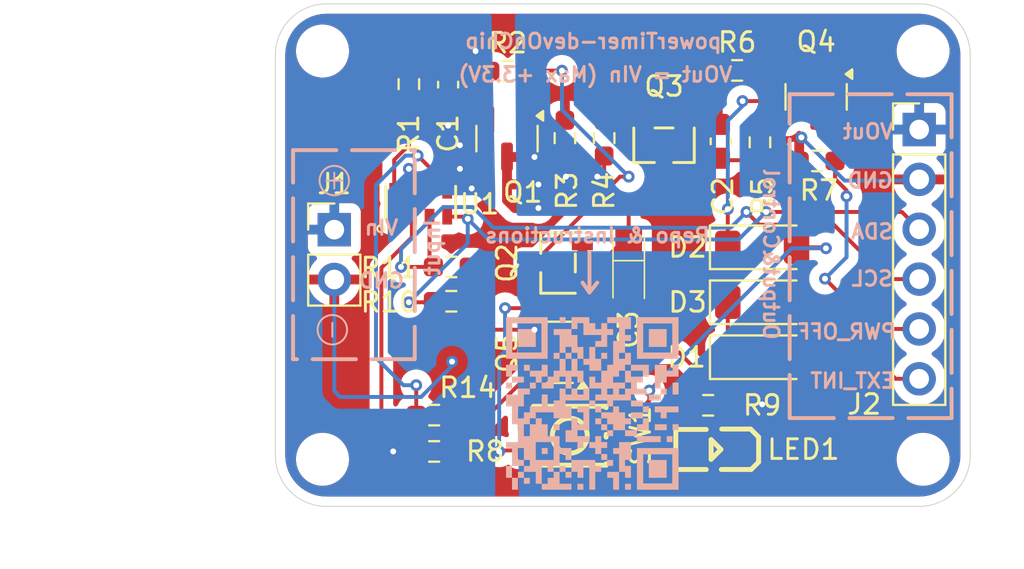
<source format=kicad_pcb>
(kicad_pcb (version 20240108) (generator "pcbnew") (generator_version "8.0")
  (layers (0 "F.Cu" signal) (31 "B.Cu" signal) (34 "B.Paste" user) (35 "F.Paste" user) (36 "B.SilkS" user "B.Silkscreen") (37 "F.SilkS" user "F.Silkscreen") (38 "B.Mask" user) (39 "F.Mask" user) (44 "Edge.Cuts" user))
  (net 0 "")
  (net 1 "GND")
  (net 2 "+3.3V")
  (net 3 "Net-(C2-Pad1)")
  (net 4 "Net-(C2-Pad2)")
  (net 5 "Net-(D1-A)")
  (net 6 "LATCHSET")
  (net 7 "Net-(D2-A)")
  (net 8 "EXTINT")
  (net 9 "+VPMU3.3")
  (net 10 "SDA")
  (net 11 "SCL")
  (net 12 "Net-(Q1-G)")
  (net 13 "LATCHRST")
  (net 14 "Net-(Q4-D)")
  (net 15 "Net-(U1-EVI)")
  (net 16 "Net-(LED1-A)")
  (net 18 "RTCINT")
  (net 19 "Net-(U1-VBACKUP)")
  (footprint "MountingHole:MountingHole_2.2mm_M2_ISO7380" (layer "F.Cu") (at 150.2 74.2)
    (property "Reference" "H2" (hide yes))
    (property "Value" "MountingHole")
    (pad "" np_thru_hole circle (at 0 0) (size 2.2 2.2) (drill 2.2) (layers "*.Cu" "*.Mask"))
  )
  (footprint "Resistor_SMD:R_0603_1608Metric_Pad0.98x0.95mm_HandSolder" (layer "F.Cu") (at 125.2875 92.75)
    (property "Reference" "R14" (at 1.7125 -1.4 0) (layer "F.SilkS"))
    (property "Value" "10K")
    (pad "1" smd roundrect (at -0.9125 0) (size 0.975 0.95) (layers "F.Cu" "F.Paste" "F.Mask") (net 19 "Net-(U1-VBACKUP)"))
    (pad "2" smd roundrect (at 0.9125 0) (size 0.975 0.95) (layers "F.Cu" "F.Paste" "F.Mask") (net 1 "GND"))
  )
  (footprint "Diode_SMD:D_MiniMELF" (layer "F.Cu") (at 142 89.8)
    (property "Reference" "D1" (at -3.85 0 0) (layer "F.SilkS"))
    (property "Value" "LL4148")
    (pad "1" smd roundrect (at -1.75 0) (size 1.3 1.7) (layers "F.Cu" "F.Paste" "F.Mask") (roundrect_rratio 0.1923076923) (net 6 "LATCHSET"))
    (pad "2" smd roundrect (at 1.75 0) (size 1.3 1.7) (layers "F.Cu" "F.Paste" "F.Mask") (roundrect_rratio 0.1923076923) (net 5 "Net-(D1-A)"))
  )
  (footprint "Connector_PinHeader_2.54mm:PinHeader_1x06_P2.54mm_Vertical" (layer "F.Cu") (at 150 78.2)
    (property "Reference" "J2" (at -2.8 14 0) (layer "F.SilkS"))
    (property "Value" "Conn_01x06")
    (pad "1" thru_hole rect (at 0 0) (size 1.7 1.7) (drill 1) (layers "*.Cu" "*.Mask") (net 9 "+VPMU3.3"))
    (pad "2" thru_hole oval (at 0 2.54) (size 1.7 1.7) (drill 1) (layers "*.Cu" "*.Mask") (net 1 "GND"))
    (pad "3" thru_hole oval (at 0 5.08) (size 1.7 1.7) (drill 1) (layers "*.Cu" "*.Mask") (net 10 "SDA"))
    (pad "4" thru_hole oval (at 0 7.62) (size 1.7 1.7) (drill 1) (layers "*.Cu" "*.Mask") (net 11 "SCL"))
    (pad "5" thru_hole oval (at 0 10.16) (size 1.7 1.7) (drill 1) (layers "*.Cu" "*.Mask") (net 13 "LATCHRST"))
    (pad "6" thru_hole oval (at 0 12.7) (size 1.7 1.7) (drill 1) (layers "*.Cu" "*.Mask") (net 8 "EXTINT"))
  )
  (footprint "Resistor_SMD:R_0603_1608Metric_Pad0.98x0.95mm_HandSolder" (layer "F.Cu") (at 141.8875 78.85 90)
    (property "Reference" "R5" (at -2.75 0.1125 90) (layer "F.SilkS"))
    (property "Value" "10K")
    (pad "1" smd roundrect (at -0.9125 0 90) (size 0.975 0.95) (layers "F.Cu" "F.Paste" "F.Mask") (net 3 "Net-(C2-Pad1)"))
    (pad "2" smd roundrect (at 0.9125 0 90) (size 0.975 0.95) (layers "F.Cu" "F.Paste" "F.Mask") (net 14 "Net-(Q4-D)"))
  )
  (footprint "Resistor_SMD:R_0603_1608Metric_Pad0.98x0.95mm_HandSolder" (layer "F.Cu") (at 126.1625 85.2 180)
    (property "Reference" "R11" (at 3.1625 -0.05 180) (layer "F.SilkS"))
    (property "Value" "10K")
    (pad "1" smd roundrect (at -0.9125 0 180) (size 0.975 0.95) (layers "F.Cu" "F.Paste" "F.Mask") (net 9 "+VPMU3.3"))
    (pad "2" smd roundrect (at 0.9125 0 180) (size 0.975 0.95) (layers "F.Cu" "F.Paste" "F.Mask") (net 11 "SCL"))
  )
  (footprint "RTCSwitch:SOT-23-3_L2.9-W1.6-P1.90-LS2.8-BR" (layer "F.Cu") (at 131.6 85)
    (property "Reference" "Q2" (at -2.6 0 90) (layer "F.SilkS"))
    (property "Value" "S8050H")
    (pad "1" smd rect (at 1.24 0.95) (size 1.07 0.6) (layers "F.Cu" "F.Paste" "F.Mask") (net 3 "Net-(C2-Pad1)"))
    (pad "2" smd rect (at 1.24 -0.95) (size 1.07 0.6) (layers "F.Cu" "F.Paste" "F.Mask") (net 1 "GND"))
    (pad "3" smd rect (at -1.24 0) (size 1.07 0.6) (layers "F.Cu" "F.Paste" "F.Mask") (net 12 "Net-(Q1-G)"))
  )
  (footprint "Connector_PinHeader_2.54mm:PinHeader_1x02_P2.54mm_Vertical" (layer "F.Cu") (at 120.2 83.3)
    (property "Reference" "J1" (at 0 -2.33 0) (layer "F.SilkS"))
    (property "Value" "Conn_01x02")
    (pad "1" thru_hole rect (at 0 0) (size 1.7 1.7) (drill 1) (layers "*.Cu" "*.Mask") (net 2 "+3.3V"))
    (pad "2" thru_hole oval (at 0 2.54) (size 1.7 1.7) (drill 1) (layers "*.Cu" "*.Mask") (net 1 "GND"))
  )
  (footprint "Diode_SMD:D_MiniMELF" (layer "F.Cu") (at 142 84.2)
    (property "Reference" "D2" (at -3.8 0 0) (layer "F.SilkS"))
    (property "Value" "LL4148")
    (pad "1" smd roundrect (at -1.75 0) (size 1.3 1.7) (layers "F.Cu" "F.Paste" "F.Mask") (roundrect_rratio 0.1923076923) (net 6 "LATCHSET"))
    (pad "2" smd roundrect (at 1.75 0) (size 1.3 1.7) (layers "F.Cu" "F.Paste" "F.Mask") (roundrect_rratio 0.1923076923) (net 7 "Net-(D2-A)"))
  )
  (footprint "Capacitor_SMD:C_0603_1608Metric_Pad1.08x0.95mm_HandSolder" (layer "F.Cu") (at 126 75.9125 90)
    (property "Reference" "C1" (at -2.4875 0 90) (layer "F.SilkS"))
    (property "Value" "100nF")
    (pad "1" smd roundrect (at -0.8625 0 90) (size 1.075 0.95) (layers "F.Cu" "F.Paste" "F.Mask") (net 2 "+3.3V"))
    (pad "2" smd roundrect (at 0.8625 0 90) (size 1.075 0.95) (layers "F.Cu" "F.Paste" "F.Mask") (net 1 "GND"))
  )
  (footprint "Diode_SMD:D_MiniMELF" (layer "F.Cu") (at 142 87)
    (property "Reference" "D3" (at -3.8 0 0) (layer "F.SilkS"))
    (property "Value" "LL4148")
    (pad "1" smd roundrect (at -1.75 0) (size 1.3 1.7) (layers "F.Cu" "F.Paste" "F.Mask") (roundrect_rratio 0.1923076923) (net 6 "LATCHSET"))
    (pad "2" smd roundrect (at 1.75 0) (size 1.3 1.7) (layers "F.Cu" "F.Paste" "F.Mask") (roundrect_rratio 0.1923076923) (net 8 "EXTINT"))
  )
  (footprint "Resistor_SMD:R_0603_1608Metric_Pad0.98x0.95mm_HandSolder" (layer "F.Cu") (at 131.95 78.6375 90)
    (property "Reference" "R3" (at -2.6875 0.1 90) (layer "F.SilkS"))
    (property "Value" "10K")
    (pad "1" smd roundrect (at -0.9125 0 90) (size 0.975 0.95) (layers "F.Cu" "F.Paste" "F.Mask") (net 9 "+VPMU3.3"))
    (pad "2" smd roundrect (at 0.9125 0 90) (size 0.975 0.95) (layers "F.Cu" "F.Paste" "F.Mask") (net 1 "GND"))
  )
  (footprint "RTCSwitch:CASE-A_3216" (layer "F.Cu") (at 135.2 85.2 -90)
    (property "Reference" "C3" (at 3.2 0 90) (layer "F.SilkS"))
    (property "Value" "TAJA475K016RNJ")
    (pad "1" smd rect (at -1.2 0 270) (size 1.5 1.36) (layers "F.Cu" "F.Paste" "F.Mask") (net 3 "Net-(C2-Pad1)"))
    (pad "2" smd rect (at 1.2 0 270) (size 1.5 1.36) (layers "F.Cu" "F.Paste" "F.Mask") (net 1 "GND"))
  )
  (footprint "Resistor_SMD:R_0603_1608Metric_Pad0.98x0.95mm_HandSolder" (layer "F.Cu") (at 139.25 92.25 180)
    (property "Reference" "R9" (at -2.75 0 0) (layer "F.SilkS"))
    (property "Value" "470")
    (pad "1" smd roundrect (at -0.9125 0 180) (size 0.975 0.95) (layers "F.Cu" "F.Paste" "F.Mask") (net 9 "+VPMU3.3"))
    (pad "2" smd roundrect (at 0.9125 0 180) (size 0.975 0.95) (layers "F.Cu" "F.Paste" "F.Mask") (net 16 "Net-(LED1-A)"))
  )
  (footprint "Resistor_SMD:R_0603_1608Metric_Pad0.98x0.95mm_HandSolder" (layer "F.Cu") (at 133.95 78.6375 90)
    (property "Reference" "R4" (at -2.6875 0 90) (layer "F.SilkS"))
    (property "Value" "100K")
    (pad "1" smd roundrect (at -0.9125 0 90) (size 0.975 0.95) (layers "F.Cu" "F.Paste" "F.Mask") (net 9 "+VPMU3.3"))
    (pad "2" smd roundrect (at 0.9125 0 90) (size 0.975 0.95) (layers "F.Cu" "F.Paste" "F.Mask") (net 3 "Net-(C2-Pad1)"))
  )
  (footprint "MountingHole:MountingHole_2.2mm_M2_ISO7380" (layer "F.Cu") (at 150.2 95)
    (property "Reference" "H4" (hide yes))
    (property "Value" "MountingHole")
    (pad "" np_thru_hole circle (at 0 0) (size 2.2 2.2) (drill 2.2) (layers "*.Cu" "*.Mask"))
  )
  (footprint "Package_TO_SOT_SMD:SOT-23" (layer "F.Cu") (at 131.7 89.55 180)
    (property "Reference" "Q5" (at 2.7 -0.05 90) (layer "F.SilkS"))
    (property "Value" "AO3401A")
    (pad "1" smd roundrect (at -0.9375 -0.95 180) (size 1.475 0.6) (layers "F.Cu" "F.Paste" "F.Mask") (net 18 "RTCINT"))
    (pad "2" smd roundrect (at -0.9375 0.95 180) (size 1.475 0.6) (layers "F.Cu" "F.Paste" "F.Mask") (net 2 "+3.3V"))
    (pad "3" smd roundrect (at 0.9375 0 180) (size 1.475 0.6) (layers "F.Cu" "F.Paste" "F.Mask") (net 5 "Net-(D1-A)"))
  )
  (footprint "Resistor_SMD:R_0603_1608Metric_Pad0.98x0.95mm_HandSolder" (layer "F.Cu") (at 126.1625 86.95 180)
    (property "Reference" "R10" (at 3.1625 -0.05 0) (layer "F.SilkS"))
    (property "Value" "10K")
    (pad "1" smd roundrect (at -0.9125 0 180) (size 0.975 0.95) (layers "F.Cu" "F.Paste" "F.Mask") (net 9 "+VPMU3.3"))
    (pad "2" smd roundrect (at 0.9125 0 180) (size 0.975 0.95) (layers "F.Cu" "F.Paste" "F.Mask") (net 10 "SDA"))
  )
  (footprint "Resistor_SMD:R_0603_1608Metric_Pad0.98x0.95mm_HandSolder" (layer "F.Cu") (at 125.2875 94.6)
    (property "Reference" "R8" (at 2.6 0 0) (layer "F.SilkS"))
    (property "Value" "100K")
    (pad "1" smd roundrect (at -0.9125 0) (size 0.975 0.95) (layers "F.Cu" "F.Paste" "F.Mask") (net 2 "+3.3V"))
    (pad "2" smd roundrect (at 0.9125 0) (size 0.975 0.95) (layers "F.Cu" "F.Paste" "F.Mask") (net 18 "RTCINT"))
  )
  (footprint "Capacitor_SMD:C_0603_1608Metric_Pad1.08x0.95mm_HandSolder" (layer "F.Cu") (at 139.8875 78.8 90)
    (property "Reference" "C2" (at -2.8 0.1125 -90) (layer "F.SilkS"))
    (property "Value" "10uF")
    (pad "1" smd roundrect (at -0.8625 0 90) (size 1.075 0.95) (layers "F.Cu" "F.Paste" "F.Mask") (net 3 "Net-(C2-Pad1)"))
    (pad "2" smd roundrect (at 0.8625 0 90) (size 1.075 0.95) (layers "F.Cu" "F.Paste" "F.Mask") (net 4 "Net-(C2-Pad2)"))
  )
  (footprint "RTCSwitch:SOT-23-3_L2.9-W1.6-P1.90-LS2.8-BR" (layer "F.Cu") (at 137 79 90)
    (property "Reference" "Q3" (at 3 0 180) (layer "F.SilkS"))
    (property "Value" "S8050H")
    (pad "1" smd rect (at 1.24 0.95 90) (size 1.07 0.6) (layers "F.Cu" "F.Paste" "F.Mask") (net 4 "Net-(C2-Pad2)"))
    (pad "2" smd rect (at 1.24 -0.95 90) (size 1.07 0.6) (layers "F.Cu" "F.Paste" "F.Mask") (net 1 "GND"))
    (pad "3" smd rect (at -1.24 0 90) (size 1.07 0.6) (layers "F.Cu" "F.Paste" "F.Mask") (net 3 "Net-(C2-Pad1)"))
  )
  (footprint "Package_TO_SOT_SMD:SOT-23" (layer "F.Cu") (at 144.75 76.5375 -90)
    (property "Reference" "Q4" (at -2.8125 0 180) (layer "F.SilkS"))
    (property "Value" "AO3401A")
    (pad "1" smd roundrect (at -0.9375 -0.95 270) (size 1.475 0.6) (layers "F.Cu" "F.Paste" "F.Mask") (net 13 "LATCHRST"))
    (pad "2" smd roundrect (at -0.9375 0.95 270) (size 1.475 0.6) (layers "F.Cu" "F.Paste" "F.Mask") (net 6 "LATCHSET"))
    (pad "3" smd roundrect (at 0.9375 0 270) (size 1.475 0.6) (layers "F.Cu" "F.Paste" "F.Mask") (net 14 "Net-(Q4-D)"))
  )
  (footprint "MountingHole:MountingHole_2.2mm_M2_ISO7380" (layer "F.Cu") (at 119.6 95)
    (property "Reference" "H3" (hide yes))
    (property "Value" "MountingHole")
    (pad "" np_thru_hole circle (at 0 0) (size 2.2 2.2) (drill 2.2) (layers "*.Cu" "*.Mask"))
  )
  (footprint "Package_TO_SOT_SMD:SOT-23" (layer "F.Cu") (at 129 78.6625 -90)
    (property "Reference" "Q1" (at 2.7375 -0.8 180) (layer "F.SilkS"))
    (property "Value" "AO3401A")
    (pad "1" smd roundrect (at -0.9375 -0.95 270) (size 1.475 0.6) (layers "F.Cu" "F.Paste" "F.Mask") (net 12 "Net-(Q1-G)"))
    (pad "2" smd roundrect (at -0.9375 0.95 270) (size 1.475 0.6) (layers "F.Cu" "F.Paste" "F.Mask") (net 2 "+3.3V"))
    (pad "3" smd roundrect (at 0.9375 0 270) (size 1.475 0.6) (layers "F.Cu" "F.Paste" "F.Mask") (net 9 "+VPMU3.3"))
  )
  (footprint "Resistor_SMD:R_0603_1608Metric_Pad0.98x0.95mm_HandSolder" (layer "F.Cu") (at 124 75.8875 90)
    (property "Reference" "R1" (at -2.5125 0 90) (layer "F.SilkS"))
    (property "Value" "10K")
    (pad "1" smd roundrect (at -0.9125 0 90) (size 0.975 0.95) (layers "F.Cu" "F.Paste" "F.Mask") (net 15 "Net-(U1-EVI)"))
    (pad "2" smd roundrect (at 0.9125 0 90) (size 0.975 0.95) (layers "F.Cu" "F.Paste" "F.Mask") (net 1 "GND"))
  )
  (footprint "MountingHole:MountingHole_2.2mm_M2_ISO7380" (layer "F.Cu") (at 119.6 74.2)
    (property "Reference" "H1" (hide yes))
    (property "Value" "MountingHole")
    (pad "" np_thru_hole circle (at 0 0) (size 2.2 2.2) (drill 2.2) (layers "*.Cu" "*.Mask"))
  )
  (footprint "RTCSwitch:LED0805-R-RD" (layer "F.Cu") (at 139.6 94.5 180)
    (property "Reference" "LED1" (at -4.5 0 0) (layer "F.SilkS"))
    (property "Value" "0805G (Green)")
    (pad "1" smd rect (at 1.05 0) (size 1 1.4) (layers "F.Cu" "F.Paste" "F.Mask") (net 16 "Net-(LED1-A)"))
    (pad "2" smd rect (at -1.05 0) (size 1 1.4) (layers "F.Cu" "F.Paste" "F.Mask") (net 1 "GND"))
  )
  (footprint "Resistor_SMD:R_0603_1608Metric_Pad0.98x0.95mm_HandSolder" (layer "F.Cu") (at 129.0375 75.225)
    (property "Reference" "R2" (at 0 -1.43 0) (layer "F.SilkS"))
    (property "Value" "100K")
    (pad "1" smd roundrect (at -0.9125 0) (size 0.975 0.95) (layers "F.Cu" "F.Paste" "F.Mask") (net 2 "+3.3V"))
    (pad "2" smd roundrect (at 0.9125 0) (size 0.975 0.95) (layers "F.Cu" "F.Paste" "F.Mask") (net 12 "Net-(Q1-G)"))
  )
  (footprint "Resistor_SMD:R_0603_1608Metric_Pad0.98x0.95mm_HandSolder" (layer "F.Cu") (at 140.725 75.1875)
    (property "Reference" "R6" (at 0 -1.43 0) (layer "F.SilkS"))
    (property "Value" "10K")
    (pad "1" smd roundrect (at -0.9125 0) (size 0.975 0.95) (layers "F.Cu" "F.Paste" "F.Mask") (net 4 "Net-(C2-Pad2)"))
    (pad "2" smd roundrect (at 0.9125 0) (size 0.975 0.95) (layers "F.Cu" "F.Paste" "F.Mask") (net 13 "LATCHRST"))
  )
  (footprint "RTCSwitch:SW-SMD_4P-L3.7-W3.0-P1.50-LS4.7" (layer "F.Cu") (at 132.2 93.8)
    (property "Reference" "SW1" (at 3.6 0 90) (layer "F.SilkS"))
    (property "Value" "TS-1185EC-C-D-B")
    (pad "1" smd rect (at -1.9 -0.75) (size 1.5 0.9) (layers "F.Cu" "F.Paste" "F.Mask") (net 7 "Net-(D2-A)"))
    (pad "1" smd rect (at 1.9 -0.75) (size 1.5 0.9) (layers "F.Cu" "F.Paste" "F.Mask") (net 7 "Net-(D2-A)"))
    (pad "2" smd rect (at -1.9 0.75) (size 1.5 0.9) (layers "F.Cu" "F.Paste" "F.Mask") (net 2 "+3.3V"))
    (pad "2" smd rect (at 1.9 0.75) (size 1.5 0.9) (layers "F.Cu" "F.Paste" "F.Mask") (net 2 "+3.3V"))
  )
  (footprint "Resistor_SMD:R_0603_1608Metric_Pad0.98x0.95mm_HandSolder" (layer "F.Cu") (at 144.8 79.8 180)
    (property "Reference" "R7" (at -0.0875 -1.5 0) (layer "F.SilkS"))
    (property "Value" "100K")
    (pad "1" smd roundrect (at -0.9125 0 180) (size 0.975 0.95) (layers "F.Cu" "F.Paste" "F.Mask") (net 13 "LATCHRST"))
    (pad "2" smd roundrect (at 0.9125 0 180) (size 0.975 0.95) (layers "F.Cu" "F.Paste" "F.Mask") (net 1 "GND"))
  )
  (footprint "RTCSwitch:OSC-SMD_8P-L3.2-W1.5-P0.90-BL" (layer "F.Cu") (at 124.6025 81.98)
    (property "Reference" "U1" (at 2.9975 0.02 0) (layer "F.SilkS"))
    (property "Value" "RV-3028-C7 32.768KHZ 1PPM TA QC")
    (pad "1" smd rect (at -1.35 0.66) (size 0.5 0.8) (layers "F.Cu" "F.Paste" "F.Mask"))
    (pad "2" smd rect (at -0.45 0.66) (size 0.5 0.8) (layers "F.Cu" "F.Paste" "F.Mask") (net 18 "RTCINT"))
    (pad "3" smd rect (at 0.45 0.66) (size 0.5 0.8) (layers "F.Cu" "F.Paste" "F.Mask") (net 11 "SCL"))
    (pad "4" smd rect (at 1.35 0.66) (size 0.5 0.8) (layers "F.Cu" "F.Paste" "F.Mask") (net 10 "SDA"))
    (pad "5" smd rect (at 1.35 -0.66) (size 0.5 0.8) (layers "F.Cu" "F.Paste" "F.Mask") (net 1 "GND"))
    (pad "6" smd rect (at 0.45 -0.66) (size 0.5 0.8) (layers "F.Cu" "F.Paste" "F.Mask") (net 19 "Net-(U1-VBACKUP)"))
    (pad "7" smd rect (at -0.45 -0.66) (size 0.5 0.8) (layers "F.Cu" "F.Paste" "F.Mask") (net 2 "+3.3V"))
    (pad "8" smd rect (at -1.35 -0.66) (size 0.5 0.8) (layers "F.Cu" "F.Paste" "F.Mask") (net 15 "Net-(U1-EVI)"))
  )
  (footprint "LOGO" (layer "B.Cu") (at 133.35 92.15 180)
    (property "Reference" "G***" (hide yes))
    (property "Value" "LOGO" (hide yes))
  )
  (gr_line (start 133.2 86.5) (end 132.85 86) (stroke (width 0.2)) (layer "B.SilkS"))
  (gr_circle (center 120.2 80.8) (end 120.95 80.8) (stroke (width 0.1)) (fill none) (layer "B.SilkS"))
  (gr_line (start 133.2 86.5) (end 133.6 86) (stroke (width 0.2)) (layer "B.SilkS"))
  (gr_line (start 120.1 88.75) (end 120.1 88.05) (stroke (width 0.1)) (layer "B.SilkS"))
  (gr_circle (center 120.1 88.4) (end 120.85 88.4) (stroke (width 0.1)) (fill none) (layer "B.SilkS"))
  (gr_line (start 132.85 86) (end 133.2 86.5) (stroke (width 0.1)) (layer "B.SilkS"))
  (gr_line (start 120.2 80.4) (end 120.2 81.2) (stroke (width 0.1)) (layer "B.SilkS"))
  (gr_line (start 120.6 80.8) (end 119.8 80.8) (stroke (width 0.1)) (layer "B.SilkS"))
  (gr_rect (start 118.1 79.25) (end 124.3 89.9) (stroke (width 0.2) (type dash)) (fill none) (layer "B.SilkS"))
  (gr_rect (start 143.4 76.4) (end 151.65 92.9) (stroke (width 0.2) (type dash)) (fill none) (layer "B.SilkS"))
  (gr_line (start 133.2 84.5) (end 133.2 86.5) (stroke (width 0.2)) (layer "B.SilkS"))
  (gr_line (start 119.8 97.4) (end 150 97.4) (stroke (width 0.05)) (layer "Edge.Cuts"))
  (gr_line (start 152.6 94.8) (end 152.6 74.4) (stroke (width 0.05)) (layer "Edge.Cuts"))
  (gr_line (start 150 71.8) (end 119.8 71.8) (stroke (width 0.05)) (layer "Edge.Cuts"))
  (gr_arc (start 150 71.8) (mid 151.838478 72.561522) (end 152.6 74.4) (stroke (width 0.05)) (layer "Edge.Cuts"))
  (gr_arc (start 117.2 74.4) (mid 117.961522 72.561522) (end 119.8 71.8) (stroke (width 0.05)) (layer "Edge.Cuts"))
  (gr_arc (start 152.6 94.8) (mid 151.838478 96.638478) (end 150 97.4) (stroke (width 0.05)) (layer "Edge.Cuts"))
  (gr_line (start 117.2 74.4) (end 117.2 94.8) (stroke (width 0.05)) (layer "Edge.Cuts"))
  (gr_arc (start 119.8 97.4) (mid 117.961522 96.638478) (end 117.2 94.8) (stroke (width 0.05)) (layer "Edge.Cuts"))
  (gr_text "SCL" (at 147.6 85.8 0) (layer "B.SilkS") (effects (font (size 0.75 0.75) (thickness 0.15) (bold yes)) (justify mirror)))
  (gr_text "GND" (at 147.5 80.8 0) (layer "B.SilkS") (effects (font (size 0.75 0.75) (thickness 0.15) (bold yes)) (justify mirror)))
  (gr_text "PWR_OFF" (at 146.3 88.5 0) (layer "B.SilkS") (effects (font (size 0.75 0.75) (thickness 0.15) (bold yes)) (justify mirror)))
  (gr_text "Input" (at 125.2 84.2 90) (layer "B.SilkS") (effects (font (size 0.75 0.75) (thickness 0.15) (bold yes)) (justify mirror)))
  (gr_text "SDA" (at 147.6 83.4 0) (layer "B.SilkS") (effects (font (size 0.75 0.75) (thickness 0.15) (bold yes)) (justify mirror)))
  (gr_text "EXT_INT" (at 146.6 91 0) (layer "B.SilkS") (effects (font (size 0.75 0.75) (thickness 0.15) (bold yes)) (justify mirror)))
  (gr_text "powerTimer-devOnChip" (at 133.4 73.7 0) (layer "B.SilkS") (effects (font (size 0.75 0.75) (thickness 0.15) (bold yes)) (justify mirror)))
  (gr_text "Output&Control" (at 142.45 84.55 -90) (layer "B.SilkS") (effects (font (size 0.75 0.75) (thickness 0.15) (bold yes)) (justify mirror)))
  (gr_text "VOut = VIn (Max +3.3V)" (at 133.5 75.4 0) (layer "B.SilkS") (effects (font (size 0.75 0.75) (thickness 0.15) (bold yes)) (justify mirror)))
  (gr_text "Repo & Instructions" (at 133.6 83.6 0) (layer "B.SilkS") (effects (font (size 0.75 0.75) (thickness 0.15) (bold yes)) (justify mirror)))
  (gr_text "VOut" (at 147.4 78.3 0) (layer "B.SilkS") (effects (font (size 0.75 0.75) (thickness 0.15) (bold yes)) (justify mirror)))
  (gr_text "GND" (at 122.6 85.9 0) (layer "B.SilkS") (effects (font (size 0.75 0.75) (thickness 0.15) (bold yes)) (justify mirror)))
  (gr_text "VIn" (at 122.6 83.2 0) (layer "B.SilkS") (effects (font (size 0.75 0.75) (thickness 0.15) (bold yes)) (justify mirror)))
  (segment (start 143.8875 79.8) (end 143.8875 78.7125) (width 0.2) (layer "F.Cu") (net 1))
  (segment (start 124.775 75.75) (end 124 74.975) (width 0.2) (layer "F.Cu") (net 1))
  (segment (start 131.95 77.725) (end 131.95 76.85) (width 0.2) (layer "F.Cu") (net 1))
  (segment (start 131.95 76.85) (end 132 76.8) (width 0.2) (layer "F.Cu") (net 1))
  (segment (start 126.2 92.75) (end 126.2 90.025) (width 0.2) (layer "F.Cu") (net 1))
  (segment (start 125.9525 81.32) (end 125.9525 78.801029) (width 0.2) (layer "F.Cu") (net 1))
  (segment (start 132.84 84.05) (end 132.84 84.06) (width 0.2) (layer "F.Cu") (net 1))
  (segment (start 124.775 77.623529) (end 124.775 75.75) (width 0.2) (layer "F.Cu") (net 1))
  (segment (start 125.9525 78.801029) (end 124.775 77.623529) (width 0.2) (layer "F.Cu") (net 1))
  (segment (start 143.8875 78.7125) (end 144 78.6) (width 0.2) (layer "F.Cu") (net 1))
  (via (at 126.2 90.025) (size 0.6) (drill 0.3) (layers "F.Cu" "B.Cu") (net 1))
  (via (at 144 78.6) (size 0.6) (drill 0.3) (layers "F.Cu" "B.Cu") (net 1))
  (segment (start 146.2 80.8) (end 149.94 80.8) (width 0.2) (layer "B.Cu") (net 1))
  (segment (start 126.2 90.025) (end 126.2 90.248529) (width 0.2) (layer "B.Cu") (net 1))
  (segment (start 144 78.6) (end 146.2 80.8) (width 0.2) (layer "B.Cu") (net 1))
  (segment (start 126.2 90.248529) (end 124.623529 91.825) (width 0.2) (layer "B.Cu") (net 1))
  (segment (start 124.623529 91.825) (end 120.5 91.825) (width 0.2) (layer "B.Cu") (net 1))
  (segment (start 149.94 80.8) (end 150 80.74) (width 0.2) (layer "B.Cu") (net 1))
  (segment (start 120.2 91.525) (end 120.2 85.84) (width 0.2) (layer "B.Cu") (net 1))
  (segment (start 120.5 91.825) (end 120.2 91.525) (width 0.2) (layer "B.Cu") (net 1))
  (segment (start 128.65 94.55) (end 128.6 94.6) (width 0.2) (layer "F.Cu") (net 2))
  (segment (start 128.05 79.35) (end 128.05 77.725) (width 0.5) (layer "F.Cu") (net 2))
  (segment (start 128.125 74.925) (end 127.4 74.2) (width 0.2) (layer "F.Cu") (net 2))
  (segment (start 131.3375 87.3) (end 128.9 87.3) (width 0.2) (layer "F.Cu") (net 2))
  (segment (start 126.6 80.2) (end 127.2 80.2) (width 0.5) (layer "F.Cu") (net 2))
  (segment (start 128.05 77.725) (end 128.05 80.35) (width 0.5) (layer "F.Cu") (net 2))
  (segment (start 127.2 80.2) (end 128.05 79.35) (width 0.5) (layer "F.Cu") (net 2))
  (segment (start 126.6 79) (end 127.65 79) (width 0.5) (layer "F.Cu") (net 2))
  (segment (start 126 76.775) (end 126 78) (width 0.2) (layer "F.Cu") (net 2))
  (segment (start 124.375 94.6) (end 123.2 94.6) (width 0.2) (layer "F.Cu") (net 2))
  (segment (start 124.1525 80.3525) (end 124 80.2) (width 0.2) (layer "F.Cu") (net 2))
  (segment (start 124.1525 81.32) (end 124.1525 80.3525) (width 0.2) (layer "F.Cu") (net 2))
  (segment (start 124.375 94.875) (end 124.375 94.6) (width 0.2) (layer "F.Cu") (net 2))
  (segment (start 128.05 75.3) (end 128.125 75.225) (width 0.2) (layer "F.Cu") (net 2))
  (segment (start 127.65 79) (end 128.05 78.6) (width 0.5) (layer "F.Cu") (net 2))
  (segment (start 128.125 75.225) (end 128.125 74.925) (width 0.2) (layer "F.Cu") (net 2))
  (segment (start 134.1 94.55) (end 130.3 94.55) (width 0.5) (layer "F.Cu") (net 2))
  (segment (start 128.05 80.35) (end 127.2 81.2) (width 0.5) (layer "F.Cu") (net 2))
  (segment (start 128.05 78.6) (end 128.05 77.725) (width 0.5) (layer "F.Cu") (net 2))
  (segment (start 132.6375 88.6) (end 131.3375 87.3) (width 0.2) (layer "F.Cu") (net 2))
  (segment (start 130.3 94.55) (end 128.65 94.55) (width 0.2) (layer "F.Cu") (net 2))
  (via (at 127.2 81.2) (size 0.6) (drill 0.3) (layers "F.Cu" "B.Cu") (net 2))
  (via (at 126.6 80.2) (size 0.6) (drill 0.3) (layers "F.Cu" "B.Cu") (net 2))
  (via (at 126 78) (size 0.6) (drill 0.3) (layers "F.Cu" "B.Cu") (net 2))
  (via (at 123.2 94.6) (size 0.6) (drill 0.3) (layers "F.Cu" "B.Cu") (net 2))
  (via (at 128.9 87.3) (size 0.6) (drill 0.3) (layers "F.Cu" "B.Cu") (net 2))
  (via (at 126.6 79) (size 0.6) (drill 0.3) (layers "F.Cu" "B.Cu") (net 2))
  (via (at 127.4 74.2) (size 0.6) (drill 0.3) (layers "F.Cu" "B.Cu") (net 2))
  (via (at 128.6 94.6) (size 0.6) (drill 0.3) (layers "F.Cu" "B.Cu") (net 2))
  (via (at 124 80.2) (size 0.6) (drill 0.3) (layers "F.Cu" "B.Cu") (net 2))
  (segment (start 128.9 87.3) (end 128.9 89.5) (width 0.2) (layer "B.Cu") (net 2))
  (segment (start 128.9 89.5) (end 128.6 89.8) (width 0.2) (layer "B.Cu") (net 2))
  (segment (start 128.6 94.6) (end 128.6 89.8) (width 0.2) (layer "B.Cu") (net 2))
  (segment (start 141.8875 79.7625) (end 139.9875 79.7625) (width 0.2) (layer "F.Cu") (net 3))
  (segment (start 138.8375 79.6625) (end 138.25 80.25) (width 0.2) (layer "F.Cu") (net 3))
  (segment (start 139.9875 79.7625) (end 139.8875 79.6625) (width 0.2) (layer "F.Cu") (net 3))
  (segment (start 136.75 79) (end 135.225 79) (width 0.2) (layer "F.Cu") (net 3))
  (segment (start 135.2 84) (end 135.2 82.04) (width 0.2) (layer "F.Cu") (net 3))
  (segment (start 135.225 79) (end 133.95 77.725) (width 0.2) (layer "F.Cu") (net 3))
  (segment (start 139.8875 79.6625) (end 138.8375 79.6625) (width 0.2) (layer "F.Cu") (net 3))
  (segment (start 134.79 84) (end 135.2 84) (width 0.2) (layer "F.Cu") (net 3))
  (segment (start 135.2 82.04) (end 137 80.24) (width 0.2) (layer "F.Cu") (net 3))
  (segment (start 138.25 80.25) (end 137.01 80.25) (width 0.2) (layer "F.Cu") (net 3))
  (segment (start 137 80.24) (end 137 79.25) (width 0.2) (layer "F.Cu") (net 3))
  (segment (start 137 79.25) (end 136.75 79) (width 0.2) (layer "F.Cu") (net 3))
  (segment (start 137.01 80.25) (end 137 80.24) (width 0.2) (layer "F.Cu") (net 3))
  (segment (start 132.84 85.95) (end 134.79 84) (width 0.2) (layer "F.Cu") (net 3))
  (segment (start 137.95 77.76) (end 139.71 77.76) (width 0.2) (layer "F.Cu") (net 4))
  (segment (start 139.8875 75.2625) (end 139.8125 75.1875) (width 0.2) (layer "F.Cu") (net 4))
  (segment (start 139.8875 77.9375) (end 139.8875 75.2625) (width 0.2) (layer "F.Cu") (net 4))
  (segment (start 139.71 77.76) (end 139.8875 77.9375) (width 0.2) (layer "F.Cu") (net 4))
  (segment (start 139.5 91.3) (end 142.25 91.3) (width 0.2) (layer "F.Cu") (net 5))
  (segment (start 130.7625 89.55) (end 137.75 89.55) (width 0.2) (layer "F.Cu") (net 5))
  (segment (start 137.75 89.55) (end 139.5 91.3) (width 0.2) (layer "F.Cu") (net 5))
  (segment (start 142.25 91.3) (end 143.75 89.8) (width 0.2) (layer "F.Cu") (net 5))
  (segment (start 140.25 82.25) (end 140.25 84.2) (width 0.2) (layer "F.Cu") (net 6))
  (segment (start 143.8 75.6) (end 142.65 76.75) (width 0.2) (layer "F.Cu") (net 6))
  (segment (start 140.25 87) (end 140.25 84.2) (width 0.2) (layer "F.Cu") (net 6))
  (segment (start 142.65 76.75) (end 141 76.75) (width 0.2) (layer "F.Cu") (net 6))
  (segment (start 140.25 89.8) (end 140.25 87) (width 0.2) (layer "F.Cu") (net 6))
  (via (at 141 76.75) (size 0.6) (drill 0.3) (layers "F.Cu" "B.Cu") (net 6))
  (via (at 140.25 82.25) (size 0.6) (drill 0.3) (layers "F.Cu" "B.Cu") (net 6))
  (segment (start 140.25 77.75) (end 140.25 82.25) (width 0.2) (layer "B.Cu") (net 6))
  (segment (start 141 76.75) (end 141 77) (width 0.2) (layer "B.Cu") (net 6))
  (segment (start 141 77) (end 140.25 77.75) (width 0.2) (layer "B.Cu") (net 6))
  (segment (start 136.25 91.5) (end 136.25 92) (width 0.2) (layer "F.Cu") (net 7))
  (segment (start 134.1 93.05) (end 130.3 93.05) (width 0.2) (layer "F.Cu") (net 7))
  (segment (start 135.2 93.05) (end 134.1 93.05) (width 0.2) (layer "F.Cu") (net 7))
  (segment (start 136.25 92) (end 135.2 93.05) (width 0.2) (layer "F.Cu") (net 7))
  (segment (start 145.2 84.2) (end 145.25 84.25) (width 0.2) (layer "F.Cu") (net 7))
  (segment (start 143.75 84.2) (end 145.2 84.2) (width 0.2) (layer "F.Cu") (net 7))
  (via (at 145.25 84.25) (size 0.6) (drill 0.3) (layers "F.Cu" "B.Cu") (net 7))
  (via (at 136.25 91.5) (size 0.6) (drill 0.3) (layers "F.Cu" "B.Cu") (net 7))
  (segment (start 145.25 84.25) (end 143.5 84.25) (width 0.2) (layer "B.Cu") (net 7))
  (segment (start 143.5 84.25) (end 136.25 91.5) (width 0.2) (layer "B.Cu") (net 7))
  (segment (start 144.9 87) (end 148.8 90.9) (width 0.2) (layer "F.Cu") (net 8))
  (segment (start 148.8 90.9) (end 150 90.9) (width 0.2) (layer "F.Cu") (net 8))
  (segment (start 143.75 87) (end 144.9 87) (width 0.2) (layer "F.Cu") (net 8))
  (segment (start 133.95 80.25) (end 133.6 80.6) (width 0.2) (layer "F.Cu") (net 9))
  (segment (start 131.95 79.55) (end 131.95 80.55) (width 0.2) (layer "F.Cu") (net 9))
  (segment (start 129.2 81) (end 129 80.8) (width 0.5) (layer "F.Cu") (net 9))
  (segment (start 127.075 87.275) (end 128.2 88.4) (width 0.2) (layer "F.Cu") (net 9))
  (segment (start 129.4 82.2) (end 129 81.8) (width 0.5) (layer "F.Cu") (net 9))
  (segment (start 130.6 82.2) (end 129.4 82.2) (width 0.5) (layer "F.Cu") (net 9))
  (segment (start 127.075 86.95) (end 127.075 85.2) (width 0.2) (layer "F.Cu") (net 9))
  (segment (start 141.95 92.25) (end 142 92.2) (width 0.2) (layer "F.Cu") (net 9))
  (segment (start 131.95 80.55) (end 132 80.6) (width 0.2) (layer "F.Cu") (net 9))
  (segment (start 128.2 88.4) (end 130.4 88.4) (width 0.2) (layer "F.Cu") (net 9))
  (segment (start 129 81.8) (end 129 80.8) (width 0.5) (layer "F.Cu") (net 9))
  (segment (start 130.6 81) (end 129.2 81) (width 0.5) (layer "F.Cu") (net 9))
  (segment (start 133.95 79.55) (end 133.95 80.25) (width 0.2) (layer "F.Cu") (net 9))
  (segment (start 131.9 79.6) (end 131.95 79.55) (width 0.2) (layer "F.Cu") (net 9))
  (segment (start 129 80.8) (end 129 79.6) (width 0.5) (layer "F.Cu") (net 9))
  (segment (start 127.075 86.95) (end 127.075 87.275) (width 0.2) (layer "F.Cu") (net 9))
  (segment (start 140.1625 92.25) (end 141.95 92.25) (width 0.2) (layer "F.Cu") (net 9))
  (segment (start 129 79.6) (end 130.4 79.6) (width 0.5) (layer "F.Cu") (net 9))
  (via (at 130.4 79.6) (size 0.6) (drill 0.3) (layers "F.Cu" "B.Cu") (net 9))
  (via (at 130.6 82.2) (size 0.6) (drill 0.3) (layers "F.Cu" "B.Cu") (net 9))
  (via (at 130.6 81) (size 0.6) (drill 0.3) (layers "F.Cu" "B.Cu") (net 9))
  (via (at 133.6 80.6) (size 0.6) (drill 0.3) (layers "F.Cu" "B.Cu") (net 9))
  (via (at 142 92.2) (size 0.6) (drill 0.3) (layers "F.Cu" "B.Cu") (net 9))
  (via (at 132 80.6) (size 0.6) (drill 0.3) (layers "F.Cu" "B.Cu") (net 9))
  (via (at 130.4 88.4) (size 0.6) (drill 0.3) (layers "F.Cu" "B.Cu") (net 9))
  (segment (start 131 88.4) (end 134.8 92.2) (width 0.2) (layer "B.Cu") (net 9))
  (segment (start 130.4 88.4) (end 131 88.4) (width 0.2) (layer "B.Cu") (net 9))
  (segment (start 134.8 92.2) (end 142 92.2) (width 0.2) (layer "B.Cu") (net 9))
  (segment (start 125.2 87) (end 125.25 86.95) (width 0.2) (layer "F.Cu") (net 10))
  (segment (start 142.2 82.4) (end 149.12 82.4) (width 0.2) (layer "F.Cu") (net 10))
  (segment (start 124 87) (end 125.2 87) (width 0.2) (layer "F.Cu") (net 10))
  (segment (start 125.9525 82.64) (end 126.89 82.64) (width 0.2) (layer "F.Cu") (net 10))
  (segment (start 149.12 82.4) (end 150 83.28) (width 0.2) (layer "F.Cu") (net 10))
  (segment (start 126.89 82.64) (end 127 82.75) (width 0.2) (layer "F.Cu") (net 10))
  (via (at 127 82.75) (size 0.6) (drill 0.3) (layers "F.Cu" "B.Cu") (net 10))
  (via (at 124 87) (size 0.6) (drill 0.3) (layers "F.Cu" "B.Cu") (net 10))
  (via (at 142.2 82.4) (size 0.6) (drill 0.3) (layers "F.Cu" "B.Cu") (net 10))
  (segment (start 127 84) (end 124 87) (width 0.2) (layer "B.Cu") (net 10))
  (segment (start 140.8 83.8) (end 128.05 83.8) (width 0.2) (layer "B.Cu") (net 10))
  (segment (start 142.2 82.4) (end 140.8 83.8) (width 0.2) (layer "B.Cu") (net 10))
  (segment (start 128.05 83.8) (end 127 82.75) (width 0.2) (layer "B.Cu") (net 10))
  (segment (start 127 82.75) (end 127 84) (width 0.2) (layer "B.Cu") (net 10))
  (segment (start 125.0525 85.0025) (end 125.25 85.2) (width 0.2) (layer "F.Cu") (net 11))
  (segment (start 141.85 83.05) (end 141.2 82.4) (width 0.2) (layer "F.Cu") (net 11))
  (segment (start 123.6 85.2) (end 125.25 85.2) (width 0.2) (layer "F.Cu") (net 11))
  (segment (start 145.65 83.05) (end 148.42 85.82) (width 0.2) (layer "F.Cu") (net 11))
  (segment (start 148.42 85.82) (end 150 85.82) (width 0.2) (layer "F.Cu") (net 11))
  (segment (start 145.65 83.05) (end 141.85 83.05) (width 0.2) (layer "F.Cu") (net 11))
  (segment (start 125.0525 82.64) (end 125.0525 85.0025) (width 0.2) (layer "F.Cu") (net 11))
  (via (at 123.6 85.2) (size 0.6) (drill 0.3) (layers "F.Cu" "B.Cu") (net 11))
  (via (at 141.2 82.4) (size 0.6) (drill 0.3) (layers "F.Cu" "B.Cu") (net 11))
  (segment (start 123.6 85.2) (end 123.6 84.3) (width 0.2) (layer "B.Cu") (net 11))
  (segment (start 123.6 84.3) (end 125.75 82.15) (width 0.2) (layer "B.Cu") (net 11))
  (segment (start 127.248529 82.15) (end 128.298529 83.2) (width 0.2) (layer "B.Cu") (net 11))
  (segment (start 128.298529 83.2) (end 140.4 83.2) (width 0.2) (layer "B.Cu") (net 11))
  (segment (start 125.75 82.15) (end 127.248529 82.15) (width 0.2) (layer "B.Cu") (net 11))
  (segment (start 140.4 83.2) (end 141.2 82.4) (width 0.2) (layer "B.Cu") (net 11))
  (segment (start 131.8 75.2) (end 129.975 75.2) (width 0.2) (layer "F.Cu") (net 12))
  (segment (start 129.95 77.725) (end 129.95 75.225) (width 0.2) (layer "F.Cu") (net 12))
  (segment (start 129.975 75.2) (end 129.95 75.225) (width 0.2) (layer "F.Cu") (net 12))
  (segment (start 130.36 85) (end 134.76 80.6) (width 0.2) (layer "F.Cu") (net 12))
  (segment (start 134.76 80.6) (end 135.2 80.6) (width 0.2) (layer "F.Cu") (net 12))
  (via (at 131.8 75.2) (size 0.6) (drill 0.3) (layers "F.Cu" "B.Cu") (net 12))
  (via (at 135.2 80.6) (size 0.6) (drill 0.3) (layers "F.Cu" "B.Cu") (net 12))
  (segment (start 135.2 80.6) (end 131.8 77.2) (width 0.2) (layer "B.Cu") (net 12))
  (segment (start 131.8 77.2) (end 131.8 75.2) (width 0.2) (layer "B.Cu") (net 12))
  (segment (start 145.7125 79.8) (end 145.7125 75.6125) (width 0.2) (layer "F.Cu") (net 13))
  (segment (start 146.3 81.3) (end 145.7125 80.7125) (width 0.2) (layer "F.Cu") (net 13))
  (segment (start 145.7125 75.6125) (end 145.7 75.6) (width 0.2) (layer "F.Cu") (net 13))
  (segment (start 145.7125 80.7125) (end 145.7125 79.8) (width 0.2) (layer "F.Cu") (net 13))
  (segment (start 142 74) (end 141.6375 74.3625) (width 0.2) (layer "F.Cu") (net 13))
  (segment (start 145.7 74.45) (end 145.25 74) (width 0.2) (layer "F.Cu") (net 13))
  (segment (start 150 88.36) (end 147.76 88.36) (width 0.2) (layer "F.Cu") (net 13))
  (segment (start 145.7 75.6) (end 145.7 74.45) (width 0.2) (layer "F.Cu") (net 13))
  (segment (start 145.25 74) (end 142 74) (width 0.2) (layer "F.Cu") (net 13))
  (segment (start 146.3 81.6) (end 146.3 81.3) (width 0.2) (layer "F.Cu") (net 13))
  (segment (start 141.6375 74.3625) (end 141.6375 75.1875) (width 0.2) (layer "F.Cu") (net 13))
  (segment (start 147.76 88.36) (end 145.2 85.8) (width 0.2) (layer "F.Cu") (net 13))
  (via (at 146.3 81.6) (size 0.6) (drill 0.3) (layers "F.Cu" "B.Cu") (net 13))
  (via (at 145.2 85.8) (size 0.6) (drill 0.3) (layers "F.Cu" "B.Cu") (net 13))
  (segment (start 145.2 85.8) (end 146.3 84.7) (width 0.2) (layer "B.Cu") (net 13))
  (segment (start 146.3 84.7) (end 146.3 81.6) (width 0.2) (layer "B.Cu") (net 13))
  (segment (start 143.3125 77.9375) (end 143.775 77.475) (width 0.2) (layer "F.Cu") (net 14))
  (segment (start 143.775 77.475) (end 144.75 77.475) (width 0.2) (layer "F.Cu") (net 14))
  (segment (start 141.8875 77.9375) (end 143.3125 77.9375) (width 0.2) (layer "F.Cu") (net 14))
  (segment (start 123.2525 79.7475) (end 124 79) (width 0.2) (layer "F.Cu") (net 15))
  (segment (start 124 79) (end 124 76.8) (width 0.2) (layer "F.Cu") (net 15))
  (segment (start 123.2525 81.32) (end 123.2525 79.7475) (width 0.2) (layer "F.Cu") (net 15))
  (segment (start 138.55 92.4625) (end 138.3375 92.25) (width 0.2) (layer "F.Cu") (net 16))
  (segment (start 138.55 94.5) (end 138.55 92.4625) (width 0.2) (layer "F.Cu") (net 16))
  (segment (start 124.1525 83.69) (end 122.6 85.2425) (width 0.2) (layer "F.Cu") (net 18))
  (segment (start 124.1525 82.64) (end 124.1525 83.69) (width 0.2) (layer "F.Cu") (net 18))
  (segment (start 130.3 90.5) (end 132.6375 90.5) (width 0.2) (layer "F.Cu") (net 18))
  (segment (start 125.3 93.7) (end 126.2 94.6) (width 0.2) (layer "F.Cu") (net 18))
  (segment (start 126.2 94.6) (end 130.3 90.5) (width 0.2) (layer "F.Cu") (net 18))
  (segment (start 122.6 92.8) (end 123.5 93.7) (width 0.2) (layer "F.Cu") (net 18))
  (segment (start 123.5 93.7) (end 125.3 93.7) (width 0.2) (layer "F.Cu") (net 18))
  (segment (start 122.6 85.2425) (end 122.6 92.8) (width 0.2) (layer "F.Cu") (net 18))
  (segment (start 125.0525 80.1275) (end 124.45 79.525) (width 0.2) (layer "F.Cu") (net 19))
  (segment (start 125.0525 81.32) (end 125.0525 80.1275) (width 0.2) (layer "F.Cu") (net 19))
  (segment (start 124.375 91.225) (end 124.375 92.75) (width 0.2) (layer "F.Cu") (net 19))
  (via (at 124.45 79.525) (size 0.6) (drill 0.3) (layers "F.Cu" "B.Cu") (net 19))
  (via (at 124.375 91.225) (size 0.6) (drill 0.3) (layers "F.Cu" "B.Cu") (net 19))
  (segment (start 122.325 89.825) (end 123.725 91.225) (width 0.2) (layer "B.Cu") (net 19))
  (segment (start 122.325 81.026471) (end 122.325 89.825) (width 0.2) (layer "B.Cu") (net 19))
  (segment (start 123.826471 79.525) (end 122.325 81.026471) (width 0.2) (layer "B.Cu") (net 19))
  (segment (start 124.45 79.525) (end 123.826471 79.525) (width 0.2) (layer "B.Cu") (net 19))
  (segment (start 123.725 91.225) (end 124.375 91.225) (width 0.2) (layer "B.Cu") (net 19))
  (zone (net 1) (net_name "GND") (layer "F.Cu") (connect_pads (clearance 0.5)) (min_thickness 0.25) (fill yes (thermal_gap 0.5) (thermal_bridge_width 0.5))
    (polygon (pts (xy 117.2 71.6) (xy 152.6 71.8) (xy 152.8 97.4) (xy 117.2 97.6)))
  )
  (zone (net 9) (net_name "+VPMU3.3") (layer "B.Cu") (priority 2) (connect_pads (clearance 0.5)) (min_thickness 0.25) (fill yes (thermal_gap 0.5) (thermal_bridge_width 0.5))
    (polygon (pts (xy 129.4 71.6) (xy 129.6 97.2) (xy 152.8 97.4) (xy 152.6 71.8)))
  )
  (zone (net 2) (net_name "+3.3V") (layer "B.Cu") (priority 1) (connect_pads (clearance 0.5)) (min_thickness 0.25) (fill yes (thermal_gap 0.5) (thermal_bridge_width 0.5))
    (polygon (pts (xy 117.2 71.6) (xy 128.2 71.6) (xy 128.4 81.4) (xy 128.4 97.4) (xy 117.2 97.4)))
  )
)
</source>
